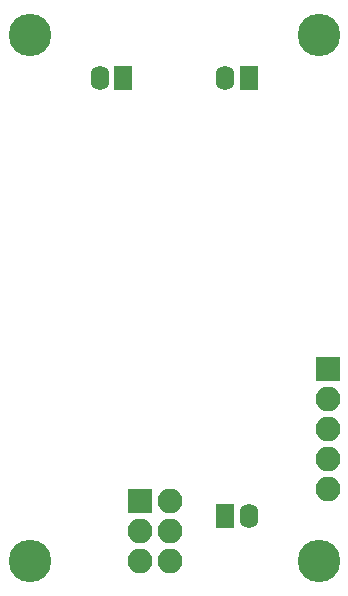
<source format=gbr>
G04 #@! TF.GenerationSoftware,KiCad,Pcbnew,(5.1.5)-3*
G04 #@! TF.CreationDate,2020-04-29T15:43:13+01:00*
G04 #@! TF.ProjectId,v4,76342e6b-6963-4616-945f-706362585858,rev?*
G04 #@! TF.SameCoordinates,Original*
G04 #@! TF.FileFunction,Soldermask,Bot*
G04 #@! TF.FilePolarity,Negative*
%FSLAX46Y46*%
G04 Gerber Fmt 4.6, Leading zero omitted, Abs format (unit mm)*
G04 Created by KiCad (PCBNEW (5.1.5)-3) date 2020-04-29 15:43:13*
%MOMM*%
%LPD*%
G04 APERTURE LIST*
%ADD10R,1.600000X2.100000*%
%ADD11O,1.600000X2.100000*%
%ADD12C,3.600000*%
%ADD13R,2.100000X2.100000*%
%ADD14O,2.100000X2.100000*%
G04 APERTURE END LIST*
D10*
X123217600Y-54387600D03*
D11*
X121217600Y-54387600D03*
D12*
X129167600Y-50737600D03*
X104667600Y-50737600D03*
X104667600Y-95237600D03*
X129167600Y-95237600D03*
D13*
X129917600Y-78987600D03*
D14*
X129917600Y-81527600D03*
X129917600Y-84067600D03*
X129917600Y-86607600D03*
X129917600Y-89147600D03*
D13*
X114017600Y-90237600D03*
D14*
X116557600Y-90237600D03*
X114017600Y-92777600D03*
X116557600Y-92777600D03*
X114017600Y-95317600D03*
X116557600Y-95317600D03*
D10*
X121217600Y-91487600D03*
D11*
X123217600Y-91487600D03*
D10*
X112617600Y-54387600D03*
D11*
X110617600Y-54387600D03*
M02*

</source>
